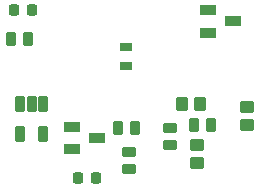
<source format=gbr>
%TF.GenerationSoftware,KiCad,Pcbnew,9.0.4*%
%TF.CreationDate,2025-09-10T15:35:00+03:00*%
%TF.ProjectId,sipm_board,7369706d-5f62-46f6-9172-642e6b696361,0.2.3*%
%TF.SameCoordinates,Original*%
%TF.FileFunction,Soldermask,Top*%
%TF.FilePolarity,Negative*%
%FSLAX46Y46*%
G04 Gerber Fmt 4.6, Leading zero omitted, Abs format (unit mm)*
G04 Created by KiCad (PCBNEW 9.0.4) date 2025-09-10 15:35:00*
%MOMM*%
%LPD*%
G01*
G04 APERTURE LIST*
G04 Aperture macros list*
%AMRoundRect*
0 Rectangle with rounded corners*
0 $1 Rounding radius*
0 $2 $3 $4 $5 $6 $7 $8 $9 X,Y pos of 4 corners*
0 Add a 4 corners polygon primitive as box body*
4,1,4,$2,$3,$4,$5,$6,$7,$8,$9,$2,$3,0*
0 Add four circle primitives for the rounded corners*
1,1,$1+$1,$2,$3*
1,1,$1+$1,$4,$5*
1,1,$1+$1,$6,$7*
1,1,$1+$1,$8,$9*
0 Add four rect primitives between the rounded corners*
20,1,$1+$1,$2,$3,$4,$5,0*
20,1,$1+$1,$4,$5,$6,$7,0*
20,1,$1+$1,$6,$7,$8,$9,0*
20,1,$1+$1,$8,$9,$2,$3,0*%
G04 Aperture macros list end*
%ADD10RoundRect,0.225000X-0.225000X-0.250000X0.225000X-0.250000X0.225000X0.250000X-0.225000X0.250000X0*%
%ADD11RoundRect,0.102000X0.325000X0.450000X-0.325000X0.450000X-0.325000X-0.450000X0.325000X-0.450000X0*%
%ADD12RoundRect,0.102000X0.450000X-0.325000X0.450000X0.325000X-0.450000X0.325000X-0.450000X-0.325000X0*%
%ADD13RoundRect,0.102000X-0.325000X-0.450000X0.325000X-0.450000X0.325000X0.450000X-0.325000X0.450000X0*%
%ADD14RoundRect,0.134250X0.402750X0.432750X-0.402750X0.432750X-0.402750X-0.432750X0.402750X-0.432750X0*%
%ADD15RoundRect,0.100500X-0.616500X-0.301500X0.616500X-0.301500X0.616500X0.301500X-0.616500X0.301500X0*%
%ADD16RoundRect,0.134250X0.432750X-0.402750X0.432750X0.402750X-0.432750X0.402750X-0.432750X-0.402750X0*%
%ADD17RoundRect,0.134250X-0.432750X0.402750X-0.432750X-0.402750X0.432750X-0.402750X0.432750X0.402750X0*%
%ADD18R,1.000000X0.800000*%
%ADD19RoundRect,0.099250X-0.297750X0.607750X-0.297750X-0.607750X0.297750X-0.607750X0.297750X0.607750X0*%
G04 APERTURE END LIST*
D10*
%TO.C,C1*%
X140975000Y-95750000D03*
X142525000Y-95750000D03*
%TD*%
D11*
%TO.C,R4*%
X157725000Y-105500000D03*
X156275000Y-105500000D03*
%TD*%
D12*
%TO.C,R5*%
X154250000Y-107225000D03*
X154250000Y-105775000D03*
%TD*%
%TO.C,R3*%
X150750000Y-109225000D03*
X150750000Y-107775000D03*
%TD*%
D13*
%TO.C,R2*%
X149775000Y-105750000D03*
X151225000Y-105750000D03*
%TD*%
D14*
%TO.C,C5*%
X156780000Y-103750000D03*
X155220000Y-103750000D03*
%TD*%
D15*
%TO.C,Q1*%
X145940000Y-105662500D03*
X145940000Y-107562500D03*
X148060000Y-106612500D03*
%TD*%
D10*
%TO.C,C2*%
X146425000Y-110000000D03*
X147975000Y-110000000D03*
%TD*%
D16*
%TO.C,C4*%
X156500000Y-108780000D03*
X156500000Y-107220000D03*
%TD*%
D17*
%TO.C,C3*%
X160750000Y-103970000D03*
X160750000Y-105530000D03*
%TD*%
D15*
%TO.C,Q2*%
X157440000Y-95800000D03*
X157440000Y-97700000D03*
X159560000Y-96750000D03*
%TD*%
D18*
%TO.C,TH1*%
X150500000Y-100550000D03*
X150500000Y-98950000D03*
%TD*%
D19*
%TO.C,U1*%
X143450000Y-103745000D03*
X142500000Y-103745000D03*
X141550000Y-103745000D03*
X141550000Y-106255000D03*
X143450000Y-106255000D03*
%TD*%
D13*
%TO.C,R1*%
X140775000Y-98250000D03*
X142225000Y-98250000D03*
%TD*%
M02*

</source>
